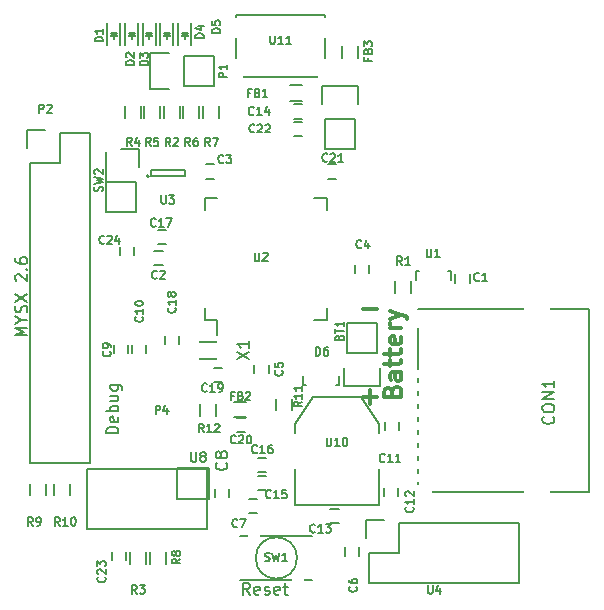
<source format=gbr>
G04 #@! TF.GenerationSoftware,KiCad,Pcbnew,no-vcs-found-7406~56~ubuntu16.10.1*
G04 #@! TF.CreationDate,2016-12-23T22:43:09+01:00*
G04 #@! TF.ProjectId,MysensorsGW,4D7973656E736F727347572E6B696361,rev?*
G04 #@! TF.FileFunction,Legend,Top*
G04 #@! TF.FilePolarity,Positive*
%FSLAX46Y46*%
G04 Gerber Fmt 4.6, Leading zero omitted, Abs format (unit mm)*
G04 Created by KiCad (PCBNEW no-vcs-found-7406~56~ubuntu16.10.1) date Fri Dec 23 22:43:09 2016*
%MOMM*%
%LPD*%
G01*
G04 APERTURE LIST*
%ADD10C,0.100000*%
%ADD11C,0.300000*%
%ADD12C,0.150000*%
%ADD13C,0.160000*%
%ADD14R,0.800000X0.750000*%
%ADD15R,0.500000X0.900000*%
%ADD16R,0.750000X1.200000*%
%ADD17R,0.300000X1.500000*%
%ADD18R,1.500000X0.300000*%
%ADD19R,0.650000X1.060000*%
%ADD20R,1.200000X0.750000*%
%ADD21R,0.900000X1.200000*%
%ADD22R,1.500000X1.400000*%
%ADD23R,1.000000X1.150000*%
%ADD24R,2.032000X2.032000*%
%ADD25O,2.032000X2.032000*%
%ADD26R,0.797560X0.797560*%
%ADD27R,0.800100X0.800100*%
%ADD28R,3.657600X2.032000*%
%ADD29R,1.016000X2.032000*%
%ADD30R,1.200000X0.900000*%
%ADD31R,0.740000X2.400000*%
%ADD32R,1.500000X1.800000*%
%ADD33R,0.400000X1.700000*%
%ADD34C,0.400000*%
%ADD35O,1.050000X1.850000*%
%ADD36C,0.650000*%
%ADD37R,1.727200X1.727200*%
%ADD38O,1.727200X1.727200*%
%ADD39R,1.600000X0.700000*%
%ADD40C,1.000000*%
%ADD41R,2.200000X1.200000*%
%ADD42R,1.400000X1.200000*%
%ADD43R,1.400000X1.600000*%
%ADD44R,0.900000X0.500000*%
G04 APERTURE END LIST*
D10*
D11*
X148831371Y-95992142D02*
X149974228Y-95992142D01*
X149402800Y-96563571D02*
X149402800Y-95420714D01*
X148831371Y-88524542D02*
X149974228Y-88524542D01*
X151302257Y-95537742D02*
X151373685Y-95323457D01*
X151445114Y-95252028D01*
X151587971Y-95180600D01*
X151802257Y-95180600D01*
X151945114Y-95252028D01*
X152016542Y-95323457D01*
X152087971Y-95466314D01*
X152087971Y-96037742D01*
X150587971Y-96037742D01*
X150587971Y-95537742D01*
X150659400Y-95394885D01*
X150730828Y-95323457D01*
X150873685Y-95252028D01*
X151016542Y-95252028D01*
X151159400Y-95323457D01*
X151230828Y-95394885D01*
X151302257Y-95537742D01*
X151302257Y-96037742D01*
X152087971Y-93894885D02*
X151302257Y-93894885D01*
X151159400Y-93966314D01*
X151087971Y-94109171D01*
X151087971Y-94394885D01*
X151159400Y-94537742D01*
X152016542Y-93894885D02*
X152087971Y-94037742D01*
X152087971Y-94394885D01*
X152016542Y-94537742D01*
X151873685Y-94609171D01*
X151730828Y-94609171D01*
X151587971Y-94537742D01*
X151516542Y-94394885D01*
X151516542Y-94037742D01*
X151445114Y-93894885D01*
X151087971Y-93394885D02*
X151087971Y-92823457D01*
X150587971Y-93180600D02*
X151873685Y-93180600D01*
X152016542Y-93109171D01*
X152087971Y-92966314D01*
X152087971Y-92823457D01*
X151087971Y-92537742D02*
X151087971Y-91966314D01*
X150587971Y-92323457D02*
X151873685Y-92323457D01*
X152016542Y-92252028D01*
X152087971Y-92109171D01*
X152087971Y-91966314D01*
X152016542Y-90894885D02*
X152087971Y-91037742D01*
X152087971Y-91323457D01*
X152016542Y-91466314D01*
X151873685Y-91537742D01*
X151302257Y-91537742D01*
X151159400Y-91466314D01*
X151087971Y-91323457D01*
X151087971Y-91037742D01*
X151159400Y-90894885D01*
X151302257Y-90823457D01*
X151445114Y-90823457D01*
X151587971Y-91537742D01*
X152087971Y-90180600D02*
X151087971Y-90180600D01*
X151373685Y-90180600D02*
X151230828Y-90109171D01*
X151159400Y-90037742D01*
X151087971Y-89894885D01*
X151087971Y-89752028D01*
X151087971Y-89394885D02*
X152087971Y-89037742D01*
X151087971Y-88680600D02*
X152087971Y-89037742D01*
X152445114Y-89180600D01*
X152516542Y-89252028D01*
X152587971Y-89394885D01*
D12*
X138151080Y-97748800D02*
X138851080Y-97748800D01*
X138851080Y-98948800D02*
X138151080Y-98948800D01*
X138927280Y-97733480D02*
X137927280Y-97733480D01*
X137927280Y-96383480D02*
X138927280Y-96383480D01*
X129428800Y-83302400D02*
X129428800Y-84002400D01*
X128228800Y-84002400D02*
X128228800Y-83302400D01*
X135414000Y-89503000D02*
X136464000Y-89503000D01*
X135414000Y-79153000D02*
X136464000Y-79153000D01*
X145764000Y-79153000D02*
X144714000Y-79153000D01*
X145764000Y-89503000D02*
X144714000Y-89503000D01*
X135414000Y-89503000D02*
X135414000Y-88453000D01*
X145764000Y-89503000D02*
X145764000Y-88453000D01*
X145764000Y-79153000D02*
X145764000Y-80203000D01*
X135414000Y-79153000D02*
X135414000Y-80203000D01*
X136464000Y-89503000D02*
X136464000Y-90778000D01*
X130698400Y-77320600D02*
G75*
G03X130698400Y-77320600I-100000J0D01*
G01*
X130848400Y-76770600D02*
X130848400Y-77270600D01*
X133748400Y-76770600D02*
X130848400Y-76770600D01*
X133748400Y-77270600D02*
X133748400Y-76770600D01*
X130848400Y-77270600D02*
X133748400Y-77270600D01*
X142972000Y-72679000D02*
X143672000Y-72679000D01*
X143672000Y-73879000D02*
X142972000Y-73879000D01*
X120610000Y-104327400D02*
X120610000Y-103327400D01*
X121960000Y-103327400D02*
X121960000Y-104327400D01*
X122692800Y-104327400D02*
X122692800Y-103327400D01*
X124042800Y-103327400D02*
X124042800Y-104327400D01*
X143242514Y-109626400D02*
G75*
G03X143242514Y-109626400I-1750714J0D01*
G01*
X144541800Y-111476400D02*
X138441800Y-111476400D01*
X144541800Y-107776400D02*
X138441800Y-107776400D01*
X147472400Y-92278200D02*
X147472400Y-89738200D01*
X147192400Y-95098200D02*
X147192400Y-93548200D01*
X147472400Y-92278200D02*
X150012400Y-92278200D01*
X150292400Y-93548200D02*
X150292400Y-95098200D01*
X150292400Y-95098200D02*
X147192400Y-95098200D01*
X150012400Y-92278200D02*
X150012400Y-89738200D01*
X150012400Y-89738200D02*
X147472400Y-89738200D01*
X128685200Y-64305000D02*
X128685200Y-66205000D01*
X129785200Y-64305000D02*
X129785200Y-66205000D01*
X129235200Y-65205000D02*
X129235200Y-65655000D01*
X129485200Y-65155000D02*
X128985200Y-65155000D01*
X129235200Y-65155000D02*
X129485200Y-65405000D01*
X129485200Y-65405000D02*
X128985200Y-65405000D01*
X128985200Y-65405000D02*
X129235200Y-65155000D01*
X133193700Y-64305000D02*
X133193700Y-66205000D01*
X134293700Y-64305000D02*
X134293700Y-66205000D01*
X133743700Y-65205000D02*
X133743700Y-65655000D01*
X133993700Y-65155000D02*
X133493700Y-65155000D01*
X133743700Y-65155000D02*
X133993700Y-65405000D01*
X133993700Y-65405000D02*
X133493700Y-65405000D01*
X133493700Y-65405000D02*
X133743700Y-65155000D01*
X130312800Y-72348800D02*
X130312800Y-71348800D01*
X131662800Y-71348800D02*
X131662800Y-72348800D01*
X146775960Y-106680560D02*
X146075960Y-106680560D01*
X146075960Y-105480560D02*
X146775960Y-105480560D01*
X156086760Y-85354160D02*
X156038500Y-85354160D01*
X153287780Y-86055200D02*
X153287780Y-85354160D01*
X153287780Y-85354160D02*
X153536700Y-85354160D01*
X156086760Y-85354160D02*
X156287420Y-85354160D01*
X156287420Y-85354160D02*
X156287420Y-86055200D01*
X143052800Y-102108000D02*
X143052800Y-105156000D01*
X143052800Y-105156000D02*
X150164800Y-105156000D01*
X150164800Y-105156000D02*
X150164800Y-102108000D01*
X143052800Y-99060000D02*
X143052800Y-98298000D01*
X143052800Y-98298000D02*
X144576800Y-96012000D01*
X144576800Y-96012000D02*
X148640800Y-96012000D01*
X148640800Y-96012000D02*
X150164800Y-98298000D01*
X150164800Y-98298000D02*
X150164800Y-99060000D01*
X127720800Y-92282800D02*
X127720800Y-91582800D01*
X128920800Y-91582800D02*
X128920800Y-92282800D01*
X127186600Y-64305000D02*
X127186600Y-66205000D01*
X128286600Y-64305000D02*
X128286600Y-66205000D01*
X127736600Y-65205000D02*
X127736600Y-65655000D01*
X127986600Y-65155000D02*
X127486600Y-65155000D01*
X127736600Y-65155000D02*
X127986600Y-65405000D01*
X127986600Y-65405000D02*
X127486600Y-65405000D01*
X127486600Y-65405000D02*
X127736600Y-65155000D01*
X156651400Y-86303600D02*
X156651400Y-85603600D01*
X157851400Y-85603600D02*
X157851400Y-86303600D01*
X131861000Y-84839100D02*
X131161000Y-84839100D01*
X131161000Y-83639100D02*
X131861000Y-83639100D01*
X136255200Y-77511200D02*
X135555200Y-77511200D01*
X135555200Y-76311200D02*
X136255200Y-76311200D01*
X148117000Y-85506000D02*
X148117000Y-84806000D01*
X149317000Y-84806000D02*
X149317000Y-85506000D01*
X140833400Y-93284600D02*
X140833400Y-93984600D01*
X139633400Y-93984600D02*
X139633400Y-93284600D01*
X147329600Y-109432800D02*
X147329600Y-108732800D01*
X148529600Y-108732800D02*
X148529600Y-109432800D01*
X136306000Y-104490000D02*
X136306000Y-103790000D01*
X137506000Y-103790000D02*
X137506000Y-104490000D01*
X150682400Y-98785200D02*
X150682400Y-98085200D01*
X151882400Y-98085200D02*
X151882400Y-98785200D01*
X150580800Y-104388400D02*
X150580800Y-103688400D01*
X151780800Y-103688400D02*
X151780800Y-104388400D01*
X143667000Y-72418500D02*
X142967000Y-72418500D01*
X142967000Y-71218500D02*
X143667000Y-71218500D01*
X140603720Y-102362560D02*
X139903720Y-102362560D01*
X139903720Y-101162560D02*
X140603720Y-101162560D01*
X142692500Y-69619500D02*
X143692500Y-69619500D01*
X143692500Y-70969500D02*
X142692500Y-70969500D01*
X152922600Y-86190200D02*
X152922600Y-87190200D01*
X151572600Y-87190200D02*
X151572600Y-86190200D01*
X128661800Y-72348800D02*
X128661800Y-71348800D01*
X130011800Y-71348800D02*
X130011800Y-72348800D01*
X131450600Y-81873800D02*
X132150600Y-81873800D01*
X132150600Y-83073800D02*
X131450600Y-83073800D01*
X140603720Y-103906880D02*
X139903720Y-103906880D01*
X139903720Y-102706880D02*
X140603720Y-102706880D01*
X132038800Y-91536000D02*
X132038800Y-90836000D01*
X133238800Y-90836000D02*
X133238800Y-91536000D01*
X136200400Y-93507000D02*
X136900400Y-93507000D01*
X136900400Y-94707000D02*
X136200400Y-94707000D01*
X130183800Y-64305000D02*
X130183800Y-66205000D01*
X131283800Y-64305000D02*
X131283800Y-66205000D01*
X130733800Y-65205000D02*
X130733800Y-65655000D01*
X130983800Y-65155000D02*
X130483800Y-65155000D01*
X130733800Y-65155000D02*
X130983800Y-65405000D01*
X130983800Y-65405000D02*
X130483800Y-65405000D01*
X130483800Y-65405000D02*
X130733800Y-65155000D01*
X131963800Y-72348800D02*
X131963800Y-71348800D01*
X133313800Y-71348800D02*
X133313800Y-72348800D01*
X145852400Y-76311200D02*
X146552400Y-76311200D01*
X146552400Y-77511200D02*
X145852400Y-77511200D01*
X128743000Y-109124000D02*
X128743000Y-109824000D01*
X127543000Y-109824000D02*
X127543000Y-109124000D01*
X130469000Y-109101000D02*
X130469000Y-110101000D01*
X129119000Y-110101000D02*
X129119000Y-109101000D01*
X130770000Y-110101000D02*
X130770000Y-109101000D01*
X132120000Y-109101000D02*
X132120000Y-110101000D01*
X131682400Y-64305000D02*
X131682400Y-66205000D01*
X132782400Y-64305000D02*
X132782400Y-66205000D01*
X132232400Y-65205000D02*
X132232400Y-65655000D01*
X132482400Y-65155000D02*
X131982400Y-65155000D01*
X132232400Y-65155000D02*
X132482400Y-65405000D01*
X132482400Y-65405000D02*
X131982400Y-65405000D01*
X131982400Y-65405000D02*
X132232400Y-65155000D01*
X133614800Y-72348800D02*
X133614800Y-71348800D01*
X134964800Y-71348800D02*
X134964800Y-72348800D01*
X148401400Y-66302000D02*
X148401400Y-67302000D01*
X147051400Y-67302000D02*
X147051400Y-66302000D01*
X136473500Y-92812300D02*
X134973500Y-92812300D01*
X136473500Y-91312300D02*
X134973500Y-91312300D01*
X145652600Y-63645400D02*
X145652600Y-68895400D01*
X145652600Y-68895400D02*
X138052600Y-68895400D01*
X138052600Y-68895400D02*
X138052600Y-63645400D01*
X145652600Y-63645400D02*
X138052600Y-63645400D01*
X143988840Y-94952820D02*
X144037100Y-94952820D01*
X146787820Y-94251780D02*
X146787820Y-94952820D01*
X146787820Y-94952820D02*
X146538900Y-94952820D01*
X143988840Y-94952820D02*
X143788180Y-94952820D01*
X143788180Y-94952820D02*
X143788180Y-94251780D01*
X135316600Y-72348800D02*
X135316600Y-71348800D01*
X136666600Y-71348800D02*
X136666600Y-72348800D01*
X128346200Y-74980200D02*
X129896200Y-74980200D01*
X129896200Y-76530200D02*
X129896200Y-74980200D01*
X127076200Y-75260200D02*
X127076200Y-77800200D01*
X129616200Y-80340200D02*
X129616200Y-77800200D01*
X129616200Y-77800200D02*
X127076200Y-77800200D01*
X127076200Y-77800200D02*
X127076200Y-80340200D01*
X127076200Y-80340200D02*
X129616200Y-80340200D01*
X148158200Y-72466200D02*
X148158200Y-75006200D01*
X148438200Y-69646200D02*
X148438200Y-71196200D01*
X148158200Y-72466200D02*
X145618200Y-72466200D01*
X145338200Y-71196200D02*
X145338200Y-69646200D01*
X145338200Y-69646200D02*
X148438200Y-69646200D01*
X145618200Y-72466200D02*
X145618200Y-75006200D01*
X145618200Y-75006200D02*
X148158200Y-75006200D01*
X153482400Y-104016000D02*
X167982400Y-104016000D01*
X167982400Y-104016000D02*
X167982400Y-88516000D01*
X153482400Y-88516000D02*
X167982400Y-88516000D01*
X153482400Y-104016000D02*
X153482400Y-88516000D01*
X133654800Y-67132200D02*
X136194800Y-67132200D01*
X130834800Y-66852200D02*
X132384800Y-66852200D01*
X133654800Y-67132200D02*
X133654800Y-69672200D01*
X132384800Y-69952200D02*
X130834800Y-69952200D01*
X130834800Y-69952200D02*
X130834800Y-66852200D01*
X133654800Y-69672200D02*
X136194800Y-69672200D01*
X136194800Y-69672200D02*
X136194800Y-67132200D01*
X151892000Y-106680000D02*
X162052000Y-106680000D01*
X162052000Y-106680000D02*
X162052000Y-111760000D01*
X162052000Y-111760000D02*
X149352000Y-111760000D01*
X149352000Y-111760000D02*
X149352000Y-109220000D01*
X150622000Y-106400000D02*
X149072000Y-106400000D01*
X149352000Y-109220000D02*
X151892000Y-109220000D01*
X151892000Y-109220000D02*
X151892000Y-106680000D01*
X149072000Y-106400000D02*
X149072000Y-107950000D01*
X133096000Y-101981000D02*
X135763000Y-101981000D01*
X135763000Y-101981000D02*
X135763000Y-104648000D01*
X128016000Y-102108000D02*
X125476000Y-102108000D01*
X125476000Y-102108000D02*
X125476000Y-104648000D01*
X133096000Y-102108000D02*
X133096000Y-104648000D01*
X133096000Y-104648000D02*
X135636000Y-104648000D01*
X128016000Y-102108000D02*
X135636000Y-102108000D01*
X135636000Y-102108000D02*
X135636000Y-107188000D01*
X135636000Y-107188000D02*
X125476000Y-107188000D01*
X125476000Y-107188000D02*
X125476000Y-104648000D01*
X139172200Y-104632200D02*
X139872200Y-104632200D01*
X139872200Y-105832200D02*
X139172200Y-105832200D01*
X129295600Y-92285300D02*
X129295600Y-91585300D01*
X130495600Y-91585300D02*
X130495600Y-92285300D01*
X141438000Y-97139200D02*
X141438000Y-96139200D01*
X142788000Y-96139200D02*
X142788000Y-97139200D01*
X120650000Y-76200000D02*
X120650000Y-101600000D01*
X120650000Y-101600000D02*
X125730000Y-101600000D01*
X125730000Y-101600000D02*
X125730000Y-73660000D01*
X125730000Y-73660000D02*
X123190000Y-73660000D01*
X121920000Y-73380000D02*
X120370000Y-73380000D01*
X123190000Y-73660000D02*
X123190000Y-76200000D01*
X123190000Y-76200000D02*
X120650000Y-76200000D01*
X120370000Y-73380000D02*
X120370000Y-74930000D01*
X135011800Y-97619440D02*
X135011800Y-96619440D01*
X136361800Y-96619440D02*
X136361800Y-97619440D01*
X138046040Y-99863720D02*
X138012706Y-99897053D01*
X137912706Y-99930386D01*
X137846040Y-99930386D01*
X137746040Y-99897053D01*
X137679373Y-99830386D01*
X137646040Y-99763720D01*
X137612706Y-99630386D01*
X137612706Y-99530386D01*
X137646040Y-99397053D01*
X137679373Y-99330386D01*
X137746040Y-99263720D01*
X137846040Y-99230386D01*
X137912706Y-99230386D01*
X138012706Y-99263720D01*
X138046040Y-99297053D01*
X138312706Y-99297053D02*
X138346040Y-99263720D01*
X138412706Y-99230386D01*
X138579373Y-99230386D01*
X138646040Y-99263720D01*
X138679373Y-99297053D01*
X138712706Y-99363720D01*
X138712706Y-99430386D01*
X138679373Y-99530386D01*
X138279373Y-99930386D01*
X138712706Y-99930386D01*
X139146040Y-99230386D02*
X139212706Y-99230386D01*
X139279373Y-99263720D01*
X139312706Y-99297053D01*
X139346040Y-99363720D01*
X139379373Y-99497053D01*
X139379373Y-99663720D01*
X139346040Y-99797053D01*
X139312706Y-99863720D01*
X139279373Y-99897053D01*
X139212706Y-99930386D01*
X139146040Y-99930386D01*
X139079373Y-99897053D01*
X139046040Y-99863720D01*
X139012706Y-99797053D01*
X138979373Y-99663720D01*
X138979373Y-99497053D01*
X139012706Y-99363720D01*
X139046040Y-99297053D01*
X139079373Y-99263720D01*
X139146040Y-99230386D01*
X137866986Y-95885800D02*
X137633653Y-95885800D01*
X137633653Y-96252466D02*
X137633653Y-95552466D01*
X137966986Y-95552466D01*
X138466986Y-95885800D02*
X138566986Y-95919133D01*
X138600320Y-95952466D01*
X138633653Y-96019133D01*
X138633653Y-96119133D01*
X138600320Y-96185800D01*
X138566986Y-96219133D01*
X138500320Y-96252466D01*
X138233653Y-96252466D01*
X138233653Y-95552466D01*
X138466986Y-95552466D01*
X138533653Y-95585800D01*
X138566986Y-95619133D01*
X138600320Y-95685800D01*
X138600320Y-95752466D01*
X138566986Y-95819133D01*
X138533653Y-95852466D01*
X138466986Y-95885800D01*
X138233653Y-95885800D01*
X138900320Y-95619133D02*
X138933653Y-95585800D01*
X139000320Y-95552466D01*
X139166986Y-95552466D01*
X139233653Y-95585800D01*
X139266986Y-95619133D01*
X139300320Y-95685800D01*
X139300320Y-95752466D01*
X139266986Y-95852466D01*
X138866986Y-96252466D01*
X139300320Y-96252466D01*
X126931000Y-82967640D02*
X126897666Y-83000973D01*
X126797666Y-83034306D01*
X126731000Y-83034306D01*
X126631000Y-83000973D01*
X126564333Y-82934306D01*
X126531000Y-82867640D01*
X126497666Y-82734306D01*
X126497666Y-82634306D01*
X126531000Y-82500973D01*
X126564333Y-82434306D01*
X126631000Y-82367640D01*
X126731000Y-82334306D01*
X126797666Y-82334306D01*
X126897666Y-82367640D01*
X126931000Y-82400973D01*
X127197666Y-82400973D02*
X127231000Y-82367640D01*
X127297666Y-82334306D01*
X127464333Y-82334306D01*
X127531000Y-82367640D01*
X127564333Y-82400973D01*
X127597666Y-82467640D01*
X127597666Y-82534306D01*
X127564333Y-82634306D01*
X127164333Y-83034306D01*
X127597666Y-83034306D01*
X128197666Y-82567640D02*
X128197666Y-83034306D01*
X128031000Y-82300973D02*
X127864333Y-82800973D01*
X128297666Y-82800973D01*
X139654346Y-83777026D02*
X139654346Y-84343693D01*
X139687680Y-84410360D01*
X139721013Y-84443693D01*
X139787680Y-84477026D01*
X139921013Y-84477026D01*
X139987680Y-84443693D01*
X140021013Y-84410360D01*
X140054346Y-84343693D01*
X140054346Y-83777026D01*
X140354346Y-83843693D02*
X140387680Y-83810360D01*
X140454346Y-83777026D01*
X140621013Y-83777026D01*
X140687680Y-83810360D01*
X140721013Y-83843693D01*
X140754346Y-83910360D01*
X140754346Y-83977026D01*
X140721013Y-84077026D01*
X140321013Y-84477026D01*
X140754346Y-84477026D01*
X131744786Y-78915466D02*
X131744786Y-79482133D01*
X131778120Y-79548800D01*
X131811453Y-79582133D01*
X131878120Y-79615466D01*
X132011453Y-79615466D01*
X132078120Y-79582133D01*
X132111453Y-79548800D01*
X132144786Y-79482133D01*
X132144786Y-78915466D01*
X132411453Y-78915466D02*
X132844786Y-78915466D01*
X132611453Y-79182133D01*
X132711453Y-79182133D01*
X132778120Y-79215466D01*
X132811453Y-79248800D01*
X132844786Y-79315466D01*
X132844786Y-79482133D01*
X132811453Y-79548800D01*
X132778120Y-79582133D01*
X132711453Y-79615466D01*
X132511453Y-79615466D01*
X132444786Y-79582133D01*
X132411453Y-79548800D01*
X139631000Y-73529000D02*
X139597666Y-73562333D01*
X139497666Y-73595666D01*
X139431000Y-73595666D01*
X139331000Y-73562333D01*
X139264333Y-73495666D01*
X139231000Y-73429000D01*
X139197666Y-73295666D01*
X139197666Y-73195666D01*
X139231000Y-73062333D01*
X139264333Y-72995666D01*
X139331000Y-72929000D01*
X139431000Y-72895666D01*
X139497666Y-72895666D01*
X139597666Y-72929000D01*
X139631000Y-72962333D01*
X139897666Y-72962333D02*
X139931000Y-72929000D01*
X139997666Y-72895666D01*
X140164333Y-72895666D01*
X140231000Y-72929000D01*
X140264333Y-72962333D01*
X140297666Y-73029000D01*
X140297666Y-73095666D01*
X140264333Y-73195666D01*
X139864333Y-73595666D01*
X140297666Y-73595666D01*
X140564333Y-72962333D02*
X140597666Y-72929000D01*
X140664333Y-72895666D01*
X140831000Y-72895666D01*
X140897666Y-72929000D01*
X140931000Y-72962333D01*
X140964333Y-73029000D01*
X140964333Y-73095666D01*
X140931000Y-73195666D01*
X140531000Y-73595666D01*
X140964333Y-73595666D01*
X120888933Y-106887266D02*
X120655600Y-106553933D01*
X120488933Y-106887266D02*
X120488933Y-106187266D01*
X120755600Y-106187266D01*
X120822266Y-106220600D01*
X120855600Y-106253933D01*
X120888933Y-106320600D01*
X120888933Y-106420600D01*
X120855600Y-106487266D01*
X120822266Y-106520600D01*
X120755600Y-106553933D01*
X120488933Y-106553933D01*
X121222266Y-106887266D02*
X121355600Y-106887266D01*
X121422266Y-106853933D01*
X121455600Y-106820600D01*
X121522266Y-106720600D01*
X121555600Y-106587266D01*
X121555600Y-106320600D01*
X121522266Y-106253933D01*
X121488933Y-106220600D01*
X121422266Y-106187266D01*
X121288933Y-106187266D01*
X121222266Y-106220600D01*
X121188933Y-106253933D01*
X121155600Y-106320600D01*
X121155600Y-106487266D01*
X121188933Y-106553933D01*
X121222266Y-106587266D01*
X121288933Y-106620600D01*
X121422266Y-106620600D01*
X121488933Y-106587266D01*
X121522266Y-106553933D01*
X121555600Y-106487266D01*
X123171800Y-106887266D02*
X122938466Y-106553933D01*
X122771800Y-106887266D02*
X122771800Y-106187266D01*
X123038466Y-106187266D01*
X123105133Y-106220600D01*
X123138466Y-106253933D01*
X123171800Y-106320600D01*
X123171800Y-106420600D01*
X123138466Y-106487266D01*
X123105133Y-106520600D01*
X123038466Y-106553933D01*
X122771800Y-106553933D01*
X123838466Y-106887266D02*
X123438466Y-106887266D01*
X123638466Y-106887266D02*
X123638466Y-106187266D01*
X123571800Y-106287266D01*
X123505133Y-106353933D01*
X123438466Y-106387266D01*
X124271800Y-106187266D02*
X124338466Y-106187266D01*
X124405133Y-106220600D01*
X124438466Y-106253933D01*
X124471800Y-106320600D01*
X124505133Y-106453933D01*
X124505133Y-106620600D01*
X124471800Y-106753933D01*
X124438466Y-106820600D01*
X124405133Y-106853933D01*
X124338466Y-106887266D01*
X124271800Y-106887266D01*
X124205133Y-106853933D01*
X124171800Y-106820600D01*
X124138466Y-106753933D01*
X124105133Y-106620600D01*
X124105133Y-106453933D01*
X124138466Y-106320600D01*
X124171800Y-106253933D01*
X124205133Y-106220600D01*
X124271800Y-106187266D01*
X140527986Y-109848773D02*
X140627986Y-109882106D01*
X140794653Y-109882106D01*
X140861320Y-109848773D01*
X140894653Y-109815440D01*
X140927986Y-109748773D01*
X140927986Y-109682106D01*
X140894653Y-109615440D01*
X140861320Y-109582106D01*
X140794653Y-109548773D01*
X140661320Y-109515440D01*
X140594653Y-109482106D01*
X140561320Y-109448773D01*
X140527986Y-109382106D01*
X140527986Y-109315440D01*
X140561320Y-109248773D01*
X140594653Y-109215440D01*
X140661320Y-109182106D01*
X140827986Y-109182106D01*
X140927986Y-109215440D01*
X141161320Y-109182106D02*
X141327986Y-109882106D01*
X141461320Y-109382106D01*
X141594653Y-109882106D01*
X141761320Y-109182106D01*
X142394653Y-109882106D02*
X141994653Y-109882106D01*
X142194653Y-109882106D02*
X142194653Y-109182106D01*
X142127986Y-109282106D01*
X142061320Y-109348773D01*
X141994653Y-109382106D01*
X139258024Y-112725460D02*
X138924691Y-112249270D01*
X138686596Y-112725460D02*
X138686596Y-111725460D01*
X139067548Y-111725460D01*
X139162786Y-111773080D01*
X139210405Y-111820699D01*
X139258024Y-111915937D01*
X139258024Y-112058794D01*
X139210405Y-112154032D01*
X139162786Y-112201651D01*
X139067548Y-112249270D01*
X138686596Y-112249270D01*
X140067548Y-112677841D02*
X139972310Y-112725460D01*
X139781834Y-112725460D01*
X139686596Y-112677841D01*
X139638977Y-112582603D01*
X139638977Y-112201651D01*
X139686596Y-112106413D01*
X139781834Y-112058794D01*
X139972310Y-112058794D01*
X140067548Y-112106413D01*
X140115167Y-112201651D01*
X140115167Y-112296889D01*
X139638977Y-112392127D01*
X140496120Y-112677841D02*
X140591358Y-112725460D01*
X140781834Y-112725460D01*
X140877072Y-112677841D01*
X140924691Y-112582603D01*
X140924691Y-112534984D01*
X140877072Y-112439746D01*
X140781834Y-112392127D01*
X140638977Y-112392127D01*
X140543739Y-112344508D01*
X140496120Y-112249270D01*
X140496120Y-112201651D01*
X140543739Y-112106413D01*
X140638977Y-112058794D01*
X140781834Y-112058794D01*
X140877072Y-112106413D01*
X141734215Y-112677841D02*
X141638977Y-112725460D01*
X141448500Y-112725460D01*
X141353262Y-112677841D01*
X141305643Y-112582603D01*
X141305643Y-112201651D01*
X141353262Y-112106413D01*
X141448500Y-112058794D01*
X141638977Y-112058794D01*
X141734215Y-112106413D01*
X141781834Y-112201651D01*
X141781834Y-112296889D01*
X141305643Y-112392127D01*
X142067548Y-112058794D02*
X142448500Y-112058794D01*
X142210405Y-111725460D02*
X142210405Y-112582603D01*
X142258024Y-112677841D01*
X142353262Y-112725460D01*
X142448500Y-112725460D01*
X146825500Y-90974000D02*
X146858833Y-90874000D01*
X146892166Y-90840666D01*
X146958833Y-90807333D01*
X147058833Y-90807333D01*
X147125500Y-90840666D01*
X147158833Y-90874000D01*
X147192166Y-90940666D01*
X147192166Y-91207333D01*
X146492166Y-91207333D01*
X146492166Y-90974000D01*
X146525500Y-90907333D01*
X146558833Y-90874000D01*
X146625500Y-90840666D01*
X146692166Y-90840666D01*
X146758833Y-90874000D01*
X146792166Y-90907333D01*
X146825500Y-90974000D01*
X146825500Y-91207333D01*
X146492166Y-90607333D02*
X146492166Y-90207333D01*
X147192166Y-90407333D02*
X146492166Y-90407333D01*
X147192166Y-89607333D02*
X147192166Y-90007333D01*
X147192166Y-89807333D02*
X146492166Y-89807333D01*
X146592166Y-89874000D01*
X146658833Y-89940666D01*
X146692166Y-90007333D01*
X129460426Y-67887626D02*
X128760426Y-67887626D01*
X128760426Y-67720960D01*
X128793760Y-67620960D01*
X128860426Y-67554293D01*
X128927093Y-67520960D01*
X129060426Y-67487626D01*
X129160426Y-67487626D01*
X129293760Y-67520960D01*
X129360426Y-67554293D01*
X129427093Y-67620960D01*
X129460426Y-67720960D01*
X129460426Y-67887626D01*
X128827093Y-67220960D02*
X128793760Y-67187626D01*
X128760426Y-67120960D01*
X128760426Y-66954293D01*
X128793760Y-66887626D01*
X128827093Y-66854293D01*
X128893760Y-66820960D01*
X128960426Y-66820960D01*
X129060426Y-66854293D01*
X129460426Y-67254293D01*
X129460426Y-66820960D01*
X136740066Y-65185066D02*
X136040066Y-65185066D01*
X136040066Y-65018400D01*
X136073400Y-64918400D01*
X136140066Y-64851733D01*
X136206733Y-64818400D01*
X136340066Y-64785066D01*
X136440066Y-64785066D01*
X136573400Y-64818400D01*
X136640066Y-64851733D01*
X136706733Y-64918400D01*
X136740066Y-65018400D01*
X136740066Y-65185066D01*
X136040066Y-64151733D02*
X136040066Y-64485066D01*
X136373400Y-64518400D01*
X136340066Y-64485066D01*
X136306733Y-64418400D01*
X136306733Y-64251733D01*
X136340066Y-64185066D01*
X136373400Y-64151733D01*
X136440066Y-64118400D01*
X136606733Y-64118400D01*
X136673400Y-64151733D01*
X136706733Y-64185066D01*
X136740066Y-64251733D01*
X136740066Y-64418400D01*
X136706733Y-64485066D01*
X136673400Y-64518400D01*
X130845733Y-74738666D02*
X130612400Y-74405333D01*
X130445733Y-74738666D02*
X130445733Y-74038666D01*
X130712400Y-74038666D01*
X130779066Y-74072000D01*
X130812400Y-74105333D01*
X130845733Y-74172000D01*
X130845733Y-74272000D01*
X130812400Y-74338666D01*
X130779066Y-74372000D01*
X130712400Y-74405333D01*
X130445733Y-74405333D01*
X131479066Y-74038666D02*
X131145733Y-74038666D01*
X131112400Y-74372000D01*
X131145733Y-74338666D01*
X131212400Y-74305333D01*
X131379066Y-74305333D01*
X131445733Y-74338666D01*
X131479066Y-74372000D01*
X131512400Y-74438666D01*
X131512400Y-74605333D01*
X131479066Y-74672000D01*
X131445733Y-74705333D01*
X131379066Y-74738666D01*
X131212400Y-74738666D01*
X131145733Y-74705333D01*
X131112400Y-74672000D01*
X144771960Y-107407520D02*
X144738626Y-107440853D01*
X144638626Y-107474186D01*
X144571960Y-107474186D01*
X144471960Y-107440853D01*
X144405293Y-107374186D01*
X144371960Y-107307520D01*
X144338626Y-107174186D01*
X144338626Y-107074186D01*
X144371960Y-106940853D01*
X144405293Y-106874186D01*
X144471960Y-106807520D01*
X144571960Y-106774186D01*
X144638626Y-106774186D01*
X144738626Y-106807520D01*
X144771960Y-106840853D01*
X145438626Y-107474186D02*
X145038626Y-107474186D01*
X145238626Y-107474186D02*
X145238626Y-106774186D01*
X145171960Y-106874186D01*
X145105293Y-106940853D01*
X145038626Y-106974186D01*
X145671960Y-106774186D02*
X146105293Y-106774186D01*
X145871960Y-107040853D01*
X145971960Y-107040853D01*
X146038626Y-107074186D01*
X146071960Y-107107520D01*
X146105293Y-107174186D01*
X146105293Y-107340853D01*
X146071960Y-107407520D01*
X146038626Y-107440853D01*
X145971960Y-107474186D01*
X145771960Y-107474186D01*
X145705293Y-107440853D01*
X145671960Y-107407520D01*
X154213626Y-83467146D02*
X154213626Y-84033813D01*
X154246960Y-84100480D01*
X154280293Y-84133813D01*
X154346960Y-84167146D01*
X154480293Y-84167146D01*
X154546960Y-84133813D01*
X154580293Y-84100480D01*
X154613626Y-84033813D01*
X154613626Y-83467146D01*
X155313626Y-84167146D02*
X154913626Y-84167146D01*
X155113626Y-84167146D02*
X155113626Y-83467146D01*
X155046960Y-83567146D01*
X154980293Y-83633813D01*
X154913626Y-83667146D01*
X145742133Y-99438666D02*
X145742133Y-100005333D01*
X145775466Y-100072000D01*
X145808800Y-100105333D01*
X145875466Y-100138666D01*
X146008800Y-100138666D01*
X146075466Y-100105333D01*
X146108800Y-100072000D01*
X146142133Y-100005333D01*
X146142133Y-99438666D01*
X146842133Y-100138666D02*
X146442133Y-100138666D01*
X146642133Y-100138666D02*
X146642133Y-99438666D01*
X146575466Y-99538666D01*
X146508800Y-99605333D01*
X146442133Y-99638666D01*
X147275466Y-99438666D02*
X147342133Y-99438666D01*
X147408800Y-99472000D01*
X147442133Y-99505333D01*
X147475466Y-99572000D01*
X147508800Y-99705333D01*
X147508800Y-99872000D01*
X147475466Y-100005333D01*
X147442133Y-100072000D01*
X147408800Y-100105333D01*
X147342133Y-100138666D01*
X147275466Y-100138666D01*
X147208800Y-100105333D01*
X147175466Y-100072000D01*
X147142133Y-100005333D01*
X147108800Y-99872000D01*
X147108800Y-99705333D01*
X147142133Y-99572000D01*
X147175466Y-99505333D01*
X147208800Y-99472000D01*
X147275466Y-99438666D01*
X127417640Y-92130706D02*
X127450973Y-92164040D01*
X127484306Y-92264040D01*
X127484306Y-92330706D01*
X127450973Y-92430706D01*
X127384306Y-92497373D01*
X127317640Y-92530706D01*
X127184306Y-92564040D01*
X127084306Y-92564040D01*
X126950973Y-92530706D01*
X126884306Y-92497373D01*
X126817640Y-92430706D01*
X126784306Y-92330706D01*
X126784306Y-92264040D01*
X126817640Y-92164040D01*
X126850973Y-92130706D01*
X127484306Y-91797373D02*
X127484306Y-91664040D01*
X127450973Y-91597373D01*
X127417640Y-91564040D01*
X127317640Y-91497373D01*
X127184306Y-91464040D01*
X126917640Y-91464040D01*
X126850973Y-91497373D01*
X126817640Y-91530706D01*
X126784306Y-91597373D01*
X126784306Y-91730706D01*
X126817640Y-91797373D01*
X126850973Y-91830706D01*
X126917640Y-91864040D01*
X127084306Y-91864040D01*
X127150973Y-91830706D01*
X127184306Y-91797373D01*
X127217640Y-91730706D01*
X127217640Y-91597373D01*
X127184306Y-91530706D01*
X127150973Y-91497373D01*
X127084306Y-91464040D01*
X126808666Y-65896266D02*
X126108666Y-65896266D01*
X126108666Y-65729600D01*
X126142000Y-65629600D01*
X126208666Y-65562933D01*
X126275333Y-65529600D01*
X126408666Y-65496266D01*
X126508666Y-65496266D01*
X126642000Y-65529600D01*
X126708666Y-65562933D01*
X126775333Y-65629600D01*
X126808666Y-65729600D01*
X126808666Y-65896266D01*
X126808666Y-64829600D02*
X126808666Y-65229600D01*
X126808666Y-65029600D02*
X126108666Y-65029600D01*
X126208666Y-65096266D01*
X126275333Y-65162933D01*
X126308666Y-65229600D01*
X158663813Y-86107080D02*
X158630480Y-86140413D01*
X158530480Y-86173746D01*
X158463813Y-86173746D01*
X158363813Y-86140413D01*
X158297146Y-86073746D01*
X158263813Y-86007080D01*
X158230480Y-85873746D01*
X158230480Y-85773746D01*
X158263813Y-85640413D01*
X158297146Y-85573746D01*
X158363813Y-85507080D01*
X158463813Y-85473746D01*
X158530480Y-85473746D01*
X158630480Y-85507080D01*
X158663813Y-85540413D01*
X159330480Y-86173746D02*
X158930480Y-86173746D01*
X159130480Y-86173746D02*
X159130480Y-85473746D01*
X159063813Y-85573746D01*
X158997146Y-85640413D01*
X158930480Y-85673746D01*
X131379133Y-85924200D02*
X131345800Y-85957533D01*
X131245800Y-85990866D01*
X131179133Y-85990866D01*
X131079133Y-85957533D01*
X131012466Y-85890866D01*
X130979133Y-85824200D01*
X130945800Y-85690866D01*
X130945800Y-85590866D01*
X130979133Y-85457533D01*
X131012466Y-85390866D01*
X131079133Y-85324200D01*
X131179133Y-85290866D01*
X131245800Y-85290866D01*
X131345800Y-85324200D01*
X131379133Y-85357533D01*
X131645800Y-85357533D02*
X131679133Y-85324200D01*
X131745800Y-85290866D01*
X131912466Y-85290866D01*
X131979133Y-85324200D01*
X132012466Y-85357533D01*
X132045800Y-85424200D01*
X132045800Y-85490866D01*
X132012466Y-85590866D01*
X131612466Y-85990866D01*
X132045800Y-85990866D01*
X137012853Y-76119800D02*
X136979520Y-76153133D01*
X136879520Y-76186466D01*
X136812853Y-76186466D01*
X136712853Y-76153133D01*
X136646186Y-76086466D01*
X136612853Y-76019800D01*
X136579520Y-75886466D01*
X136579520Y-75786466D01*
X136612853Y-75653133D01*
X136646186Y-75586466D01*
X136712853Y-75519800D01*
X136812853Y-75486466D01*
X136879520Y-75486466D01*
X136979520Y-75519800D01*
X137012853Y-75553133D01*
X137246186Y-75486466D02*
X137679520Y-75486466D01*
X137446186Y-75753133D01*
X137546186Y-75753133D01*
X137612853Y-75786466D01*
X137646186Y-75819800D01*
X137679520Y-75886466D01*
X137679520Y-76053133D01*
X137646186Y-76119800D01*
X137612853Y-76153133D01*
X137546186Y-76186466D01*
X137346186Y-76186466D01*
X137279520Y-76153133D01*
X137246186Y-76119800D01*
X148691773Y-83338480D02*
X148658440Y-83371813D01*
X148558440Y-83405146D01*
X148491773Y-83405146D01*
X148391773Y-83371813D01*
X148325106Y-83305146D01*
X148291773Y-83238480D01*
X148258440Y-83105146D01*
X148258440Y-83005146D01*
X148291773Y-82871813D01*
X148325106Y-82805146D01*
X148391773Y-82738480D01*
X148491773Y-82705146D01*
X148558440Y-82705146D01*
X148658440Y-82738480D01*
X148691773Y-82771813D01*
X149291773Y-82938480D02*
X149291773Y-83405146D01*
X149125106Y-82671813D02*
X148958440Y-83171813D01*
X149391773Y-83171813D01*
X141982000Y-93751266D02*
X142015333Y-93784600D01*
X142048666Y-93884600D01*
X142048666Y-93951266D01*
X142015333Y-94051266D01*
X141948666Y-94117933D01*
X141882000Y-94151266D01*
X141748666Y-94184600D01*
X141648666Y-94184600D01*
X141515333Y-94151266D01*
X141448666Y-94117933D01*
X141382000Y-94051266D01*
X141348666Y-93951266D01*
X141348666Y-93884600D01*
X141382000Y-93784600D01*
X141415333Y-93751266D01*
X141348666Y-93117933D02*
X141348666Y-93451266D01*
X141682000Y-93484600D01*
X141648666Y-93451266D01*
X141615333Y-93384600D01*
X141615333Y-93217933D01*
X141648666Y-93151266D01*
X141682000Y-93117933D01*
X141748666Y-93084600D01*
X141915333Y-93084600D01*
X141982000Y-93117933D01*
X142015333Y-93151266D01*
X142048666Y-93217933D01*
X142048666Y-93384600D01*
X142015333Y-93451266D01*
X141982000Y-93484600D01*
X148255800Y-112054466D02*
X148289133Y-112087800D01*
X148322466Y-112187800D01*
X148322466Y-112254466D01*
X148289133Y-112354466D01*
X148222466Y-112421133D01*
X148155800Y-112454466D01*
X148022466Y-112487800D01*
X147922466Y-112487800D01*
X147789133Y-112454466D01*
X147722466Y-112421133D01*
X147655800Y-112354466D01*
X147622466Y-112254466D01*
X147622466Y-112187800D01*
X147655800Y-112087800D01*
X147689133Y-112054466D01*
X147622466Y-111454466D02*
X147622466Y-111587800D01*
X147655800Y-111654466D01*
X147689133Y-111687800D01*
X147789133Y-111754466D01*
X147922466Y-111787800D01*
X148189133Y-111787800D01*
X148255800Y-111754466D01*
X148289133Y-111721133D01*
X148322466Y-111654466D01*
X148322466Y-111521133D01*
X148289133Y-111454466D01*
X148255800Y-111421133D01*
X148189133Y-111387800D01*
X148022466Y-111387800D01*
X147955800Y-111421133D01*
X147922466Y-111454466D01*
X147889133Y-111521133D01*
X147889133Y-111654466D01*
X147922466Y-111721133D01*
X147955800Y-111754466D01*
X148022466Y-111787800D01*
X137263142Y-101563466D02*
X137310761Y-101611085D01*
X137358380Y-101753942D01*
X137358380Y-101849180D01*
X137310761Y-101992038D01*
X137215523Y-102087276D01*
X137120285Y-102134895D01*
X136929809Y-102182514D01*
X136786952Y-102182514D01*
X136596476Y-102134895D01*
X136501238Y-102087276D01*
X136406000Y-101992038D01*
X136358380Y-101849180D01*
X136358380Y-101753942D01*
X136406000Y-101611085D01*
X136453619Y-101563466D01*
X136786952Y-100992038D02*
X136739333Y-101087276D01*
X136691714Y-101134895D01*
X136596476Y-101182514D01*
X136548857Y-101182514D01*
X136453619Y-101134895D01*
X136406000Y-101087276D01*
X136358380Y-100992038D01*
X136358380Y-100801561D01*
X136406000Y-100706323D01*
X136453619Y-100658704D01*
X136548857Y-100611085D01*
X136596476Y-100611085D01*
X136691714Y-100658704D01*
X136739333Y-100706323D01*
X136786952Y-100801561D01*
X136786952Y-100992038D01*
X136834571Y-101087276D01*
X136882190Y-101134895D01*
X136977428Y-101182514D01*
X137167904Y-101182514D01*
X137263142Y-101134895D01*
X137310761Y-101087276D01*
X137358380Y-100992038D01*
X137358380Y-100801561D01*
X137310761Y-100706323D01*
X137263142Y-100658704D01*
X137167904Y-100611085D01*
X136977428Y-100611085D01*
X136882190Y-100658704D01*
X136834571Y-100706323D01*
X136786952Y-100801561D01*
X150669840Y-101448720D02*
X150636506Y-101482053D01*
X150536506Y-101515386D01*
X150469840Y-101515386D01*
X150369840Y-101482053D01*
X150303173Y-101415386D01*
X150269840Y-101348720D01*
X150236506Y-101215386D01*
X150236506Y-101115386D01*
X150269840Y-100982053D01*
X150303173Y-100915386D01*
X150369840Y-100848720D01*
X150469840Y-100815386D01*
X150536506Y-100815386D01*
X150636506Y-100848720D01*
X150669840Y-100882053D01*
X151336506Y-101515386D02*
X150936506Y-101515386D01*
X151136506Y-101515386D02*
X151136506Y-100815386D01*
X151069840Y-100915386D01*
X151003173Y-100982053D01*
X150936506Y-101015386D01*
X152003173Y-101515386D02*
X151603173Y-101515386D01*
X151803173Y-101515386D02*
X151803173Y-100815386D01*
X151736506Y-100915386D01*
X151669840Y-100982053D01*
X151603173Y-101015386D01*
X153056400Y-105316440D02*
X153089733Y-105349773D01*
X153123066Y-105449773D01*
X153123066Y-105516440D01*
X153089733Y-105616440D01*
X153023066Y-105683106D01*
X152956400Y-105716440D01*
X152823066Y-105749773D01*
X152723066Y-105749773D01*
X152589733Y-105716440D01*
X152523066Y-105683106D01*
X152456400Y-105616440D01*
X152423066Y-105516440D01*
X152423066Y-105449773D01*
X152456400Y-105349773D01*
X152489733Y-105316440D01*
X153123066Y-104649773D02*
X153123066Y-105049773D01*
X153123066Y-104849773D02*
X152423066Y-104849773D01*
X152523066Y-104916440D01*
X152589733Y-104983106D01*
X152623066Y-105049773D01*
X152489733Y-104383106D02*
X152456400Y-104349773D01*
X152423066Y-104283106D01*
X152423066Y-104116440D01*
X152456400Y-104049773D01*
X152489733Y-104016440D01*
X152556400Y-103983106D01*
X152623066Y-103983106D01*
X152723066Y-104016440D01*
X153123066Y-104416440D01*
X153123066Y-103983106D01*
X139580200Y-72055800D02*
X139546866Y-72089133D01*
X139446866Y-72122466D01*
X139380200Y-72122466D01*
X139280200Y-72089133D01*
X139213533Y-72022466D01*
X139180200Y-71955800D01*
X139146866Y-71822466D01*
X139146866Y-71722466D01*
X139180200Y-71589133D01*
X139213533Y-71522466D01*
X139280200Y-71455800D01*
X139380200Y-71422466D01*
X139446866Y-71422466D01*
X139546866Y-71455800D01*
X139580200Y-71489133D01*
X140246866Y-72122466D02*
X139846866Y-72122466D01*
X140046866Y-72122466D02*
X140046866Y-71422466D01*
X139980200Y-71522466D01*
X139913533Y-71589133D01*
X139846866Y-71622466D01*
X140846866Y-71655800D02*
X140846866Y-72122466D01*
X140680200Y-71389133D02*
X140513533Y-71889133D01*
X140946866Y-71889133D01*
X139854520Y-100681600D02*
X139821186Y-100714933D01*
X139721186Y-100748266D01*
X139654520Y-100748266D01*
X139554520Y-100714933D01*
X139487853Y-100648266D01*
X139454520Y-100581600D01*
X139421186Y-100448266D01*
X139421186Y-100348266D01*
X139454520Y-100214933D01*
X139487853Y-100148266D01*
X139554520Y-100081600D01*
X139654520Y-100048266D01*
X139721186Y-100048266D01*
X139821186Y-100081600D01*
X139854520Y-100114933D01*
X140521186Y-100748266D02*
X140121186Y-100748266D01*
X140321186Y-100748266D02*
X140321186Y-100048266D01*
X140254520Y-100148266D01*
X140187853Y-100214933D01*
X140121186Y-100248266D01*
X141121186Y-100048266D02*
X140987853Y-100048266D01*
X140921186Y-100081600D01*
X140887853Y-100114933D01*
X140821186Y-100214933D01*
X140787853Y-100348266D01*
X140787853Y-100614933D01*
X140821186Y-100681600D01*
X140854520Y-100714933D01*
X140921186Y-100748266D01*
X141054520Y-100748266D01*
X141121186Y-100714933D01*
X141154520Y-100681600D01*
X141187853Y-100614933D01*
X141187853Y-100448266D01*
X141154520Y-100381600D01*
X141121186Y-100348266D01*
X141054520Y-100314933D01*
X140921186Y-100314933D01*
X140854520Y-100348266D01*
X140821186Y-100381600D01*
X140787853Y-100448266D01*
X139294466Y-70231800D02*
X139061133Y-70231800D01*
X139061133Y-70598466D02*
X139061133Y-69898466D01*
X139394466Y-69898466D01*
X139894466Y-70231800D02*
X139994466Y-70265133D01*
X140027800Y-70298466D01*
X140061133Y-70365133D01*
X140061133Y-70465133D01*
X140027800Y-70531800D01*
X139994466Y-70565133D01*
X139927800Y-70598466D01*
X139661133Y-70598466D01*
X139661133Y-69898466D01*
X139894466Y-69898466D01*
X139961133Y-69931800D01*
X139994466Y-69965133D01*
X140027800Y-70031800D01*
X140027800Y-70098466D01*
X139994466Y-70165133D01*
X139961133Y-70198466D01*
X139894466Y-70231800D01*
X139661133Y-70231800D01*
X140727800Y-70598466D02*
X140327800Y-70598466D01*
X140527800Y-70598466D02*
X140527800Y-69898466D01*
X140461133Y-69998466D01*
X140394466Y-70065133D01*
X140327800Y-70098466D01*
X152146173Y-84802146D02*
X151912840Y-84468813D01*
X151746173Y-84802146D02*
X151746173Y-84102146D01*
X152012840Y-84102146D01*
X152079506Y-84135480D01*
X152112840Y-84168813D01*
X152146173Y-84235480D01*
X152146173Y-84335480D01*
X152112840Y-84402146D01*
X152079506Y-84435480D01*
X152012840Y-84468813D01*
X151746173Y-84468813D01*
X152812840Y-84802146D02*
X152412840Y-84802146D01*
X152612840Y-84802146D02*
X152612840Y-84102146D01*
X152546173Y-84202146D01*
X152479506Y-84268813D01*
X152412840Y-84302146D01*
X129245533Y-74738666D02*
X129012200Y-74405333D01*
X128845533Y-74738666D02*
X128845533Y-74038666D01*
X129112200Y-74038666D01*
X129178866Y-74072000D01*
X129212200Y-74105333D01*
X129245533Y-74172000D01*
X129245533Y-74272000D01*
X129212200Y-74338666D01*
X129178866Y-74372000D01*
X129112200Y-74405333D01*
X128845533Y-74405333D01*
X129845533Y-74272000D02*
X129845533Y-74738666D01*
X129678866Y-74005333D02*
X129512200Y-74505333D01*
X129945533Y-74505333D01*
X131284560Y-81509680D02*
X131251226Y-81543013D01*
X131151226Y-81576346D01*
X131084560Y-81576346D01*
X130984560Y-81543013D01*
X130917893Y-81476346D01*
X130884560Y-81409680D01*
X130851226Y-81276346D01*
X130851226Y-81176346D01*
X130884560Y-81043013D01*
X130917893Y-80976346D01*
X130984560Y-80909680D01*
X131084560Y-80876346D01*
X131151226Y-80876346D01*
X131251226Y-80909680D01*
X131284560Y-80943013D01*
X131951226Y-81576346D02*
X131551226Y-81576346D01*
X131751226Y-81576346D02*
X131751226Y-80876346D01*
X131684560Y-80976346D01*
X131617893Y-81043013D01*
X131551226Y-81076346D01*
X132184560Y-80876346D02*
X132651226Y-80876346D01*
X132351226Y-81576346D01*
X141028000Y-104504300D02*
X140994666Y-104537633D01*
X140894666Y-104570966D01*
X140828000Y-104570966D01*
X140728000Y-104537633D01*
X140661333Y-104470966D01*
X140628000Y-104404300D01*
X140594666Y-104270966D01*
X140594666Y-104170966D01*
X140628000Y-104037633D01*
X140661333Y-103970966D01*
X140728000Y-103904300D01*
X140828000Y-103870966D01*
X140894666Y-103870966D01*
X140994666Y-103904300D01*
X141028000Y-103937633D01*
X141694666Y-104570966D02*
X141294666Y-104570966D01*
X141494666Y-104570966D02*
X141494666Y-103870966D01*
X141428000Y-103970966D01*
X141361333Y-104037633D01*
X141294666Y-104070966D01*
X142328000Y-103870966D02*
X141994666Y-103870966D01*
X141961333Y-104204300D01*
X141994666Y-104170966D01*
X142061333Y-104137633D01*
X142228000Y-104137633D01*
X142294666Y-104170966D01*
X142328000Y-104204300D01*
X142361333Y-104270966D01*
X142361333Y-104437633D01*
X142328000Y-104504300D01*
X142294666Y-104537633D01*
X142228000Y-104570966D01*
X142061333Y-104570966D01*
X141994666Y-104537633D01*
X141961333Y-104504300D01*
X132914200Y-88435600D02*
X132947533Y-88468933D01*
X132980866Y-88568933D01*
X132980866Y-88635600D01*
X132947533Y-88735600D01*
X132880866Y-88802266D01*
X132814200Y-88835600D01*
X132680866Y-88868933D01*
X132580866Y-88868933D01*
X132447533Y-88835600D01*
X132380866Y-88802266D01*
X132314200Y-88735600D01*
X132280866Y-88635600D01*
X132280866Y-88568933D01*
X132314200Y-88468933D01*
X132347533Y-88435600D01*
X132980866Y-87768933D02*
X132980866Y-88168933D01*
X132980866Y-87968933D02*
X132280866Y-87968933D01*
X132380866Y-88035600D01*
X132447533Y-88102266D01*
X132480866Y-88168933D01*
X132580866Y-87368933D02*
X132547533Y-87435600D01*
X132514200Y-87468933D01*
X132447533Y-87502266D01*
X132414200Y-87502266D01*
X132347533Y-87468933D01*
X132314200Y-87435600D01*
X132280866Y-87368933D01*
X132280866Y-87235600D01*
X132314200Y-87168933D01*
X132347533Y-87135600D01*
X132414200Y-87102266D01*
X132447533Y-87102266D01*
X132514200Y-87135600D01*
X132547533Y-87168933D01*
X132580866Y-87235600D01*
X132580866Y-87368933D01*
X132614200Y-87435600D01*
X132647533Y-87468933D01*
X132714200Y-87502266D01*
X132847533Y-87502266D01*
X132914200Y-87468933D01*
X132947533Y-87435600D01*
X132980866Y-87368933D01*
X132980866Y-87235600D01*
X132947533Y-87168933D01*
X132914200Y-87135600D01*
X132847533Y-87102266D01*
X132714200Y-87102266D01*
X132647533Y-87135600D01*
X132614200Y-87168933D01*
X132580866Y-87235600D01*
X135617800Y-95484760D02*
X135584466Y-95518093D01*
X135484466Y-95551426D01*
X135417800Y-95551426D01*
X135317800Y-95518093D01*
X135251133Y-95451426D01*
X135217800Y-95384760D01*
X135184466Y-95251426D01*
X135184466Y-95151426D01*
X135217800Y-95018093D01*
X135251133Y-94951426D01*
X135317800Y-94884760D01*
X135417800Y-94851426D01*
X135484466Y-94851426D01*
X135584466Y-94884760D01*
X135617800Y-94918093D01*
X136284466Y-95551426D02*
X135884466Y-95551426D01*
X136084466Y-95551426D02*
X136084466Y-94851426D01*
X136017800Y-94951426D01*
X135951133Y-95018093D01*
X135884466Y-95051426D01*
X136617800Y-95551426D02*
X136751133Y-95551426D01*
X136817800Y-95518093D01*
X136851133Y-95484760D01*
X136917800Y-95384760D01*
X136951133Y-95251426D01*
X136951133Y-94984760D01*
X136917800Y-94918093D01*
X136884466Y-94884760D01*
X136817800Y-94851426D01*
X136684466Y-94851426D01*
X136617800Y-94884760D01*
X136584466Y-94918093D01*
X136551133Y-94984760D01*
X136551133Y-95151426D01*
X136584466Y-95218093D01*
X136617800Y-95251426D01*
X136684466Y-95284760D01*
X136817800Y-95284760D01*
X136884466Y-95251426D01*
X136917800Y-95218093D01*
X136951133Y-95151426D01*
X130644066Y-67918106D02*
X129944066Y-67918106D01*
X129944066Y-67751440D01*
X129977400Y-67651440D01*
X130044066Y-67584773D01*
X130110733Y-67551440D01*
X130244066Y-67518106D01*
X130344066Y-67518106D01*
X130477400Y-67551440D01*
X130544066Y-67584773D01*
X130610733Y-67651440D01*
X130644066Y-67751440D01*
X130644066Y-67918106D01*
X129944066Y-67284773D02*
X129944066Y-66851440D01*
X130210733Y-67084773D01*
X130210733Y-66984773D01*
X130244066Y-66918106D01*
X130277400Y-66884773D01*
X130344066Y-66851440D01*
X130510733Y-66851440D01*
X130577400Y-66884773D01*
X130610733Y-66918106D01*
X130644066Y-66984773D01*
X130644066Y-67184773D01*
X130610733Y-67251440D01*
X130577400Y-67284773D01*
X132522133Y-74738666D02*
X132288800Y-74405333D01*
X132122133Y-74738666D02*
X132122133Y-74038666D01*
X132388800Y-74038666D01*
X132455466Y-74072000D01*
X132488800Y-74105333D01*
X132522133Y-74172000D01*
X132522133Y-74272000D01*
X132488800Y-74338666D01*
X132455466Y-74372000D01*
X132388800Y-74405333D01*
X132122133Y-74405333D01*
X132788800Y-74105333D02*
X132822133Y-74072000D01*
X132888800Y-74038666D01*
X133055466Y-74038666D01*
X133122133Y-74072000D01*
X133155466Y-74105333D01*
X133188800Y-74172000D01*
X133188800Y-74238666D01*
X133155466Y-74338666D01*
X132755466Y-74738666D01*
X133188800Y-74738666D01*
X145808280Y-76013120D02*
X145774946Y-76046453D01*
X145674946Y-76079786D01*
X145608280Y-76079786D01*
X145508280Y-76046453D01*
X145441613Y-75979786D01*
X145408280Y-75913120D01*
X145374946Y-75779786D01*
X145374946Y-75679786D01*
X145408280Y-75546453D01*
X145441613Y-75479786D01*
X145508280Y-75413120D01*
X145608280Y-75379786D01*
X145674946Y-75379786D01*
X145774946Y-75413120D01*
X145808280Y-75446453D01*
X146074946Y-75446453D02*
X146108280Y-75413120D01*
X146174946Y-75379786D01*
X146341613Y-75379786D01*
X146408280Y-75413120D01*
X146441613Y-75446453D01*
X146474946Y-75513120D01*
X146474946Y-75579786D01*
X146441613Y-75679786D01*
X146041613Y-76079786D01*
X146474946Y-76079786D01*
X147141613Y-76079786D02*
X146741613Y-76079786D01*
X146941613Y-76079786D02*
X146941613Y-75379786D01*
X146874946Y-75479786D01*
X146808280Y-75546453D01*
X146741613Y-75579786D01*
X126970600Y-111244800D02*
X127003933Y-111278133D01*
X127037266Y-111378133D01*
X127037266Y-111444800D01*
X127003933Y-111544800D01*
X126937266Y-111611466D01*
X126870600Y-111644800D01*
X126737266Y-111678133D01*
X126637266Y-111678133D01*
X126503933Y-111644800D01*
X126437266Y-111611466D01*
X126370600Y-111544800D01*
X126337266Y-111444800D01*
X126337266Y-111378133D01*
X126370600Y-111278133D01*
X126403933Y-111244800D01*
X126403933Y-110978133D02*
X126370600Y-110944800D01*
X126337266Y-110878133D01*
X126337266Y-110711466D01*
X126370600Y-110644800D01*
X126403933Y-110611466D01*
X126470600Y-110578133D01*
X126537266Y-110578133D01*
X126637266Y-110611466D01*
X127037266Y-111011466D01*
X127037266Y-110578133D01*
X126337266Y-110344800D02*
X126337266Y-109911466D01*
X126603933Y-110144800D01*
X126603933Y-110044800D01*
X126637266Y-109978133D01*
X126670600Y-109944800D01*
X126737266Y-109911466D01*
X126903933Y-109911466D01*
X126970600Y-109944800D01*
X127003933Y-109978133D01*
X127037266Y-110044800D01*
X127037266Y-110244800D01*
X127003933Y-110311466D01*
X126970600Y-110344800D01*
X129677333Y-112635466D02*
X129444000Y-112302133D01*
X129277333Y-112635466D02*
X129277333Y-111935466D01*
X129544000Y-111935466D01*
X129610666Y-111968800D01*
X129644000Y-112002133D01*
X129677333Y-112068800D01*
X129677333Y-112168800D01*
X129644000Y-112235466D01*
X129610666Y-112268800D01*
X129544000Y-112302133D01*
X129277333Y-112302133D01*
X129910666Y-111935466D02*
X130344000Y-111935466D01*
X130110666Y-112202133D01*
X130210666Y-112202133D01*
X130277333Y-112235466D01*
X130310666Y-112268800D01*
X130344000Y-112335466D01*
X130344000Y-112502133D01*
X130310666Y-112568800D01*
X130277333Y-112602133D01*
X130210666Y-112635466D01*
X130010666Y-112635466D01*
X129944000Y-112602133D01*
X129910666Y-112568800D01*
X133361866Y-109692266D02*
X133028533Y-109925600D01*
X133361866Y-110092266D02*
X132661866Y-110092266D01*
X132661866Y-109825600D01*
X132695200Y-109758933D01*
X132728533Y-109725600D01*
X132795200Y-109692266D01*
X132895200Y-109692266D01*
X132961866Y-109725600D01*
X132995200Y-109758933D01*
X133028533Y-109825600D01*
X133028533Y-110092266D01*
X132961866Y-109292266D02*
X132928533Y-109358933D01*
X132895200Y-109392266D01*
X132828533Y-109425600D01*
X132795200Y-109425600D01*
X132728533Y-109392266D01*
X132695200Y-109358933D01*
X132661866Y-109292266D01*
X132661866Y-109158933D01*
X132695200Y-109092266D01*
X132728533Y-109058933D01*
X132795200Y-109025600D01*
X132828533Y-109025600D01*
X132895200Y-109058933D01*
X132928533Y-109092266D01*
X132961866Y-109158933D01*
X132961866Y-109292266D01*
X132995200Y-109358933D01*
X133028533Y-109392266D01*
X133095200Y-109425600D01*
X133228533Y-109425600D01*
X133295200Y-109392266D01*
X133328533Y-109358933D01*
X133361866Y-109292266D01*
X133361866Y-109158933D01*
X133328533Y-109092266D01*
X133295200Y-109058933D01*
X133228533Y-109025600D01*
X133095200Y-109025600D01*
X133028533Y-109058933D01*
X132995200Y-109092266D01*
X132961866Y-109158933D01*
X135343066Y-65616866D02*
X134643066Y-65616866D01*
X134643066Y-65450200D01*
X134676400Y-65350200D01*
X134743066Y-65283533D01*
X134809733Y-65250200D01*
X134943066Y-65216866D01*
X135043066Y-65216866D01*
X135176400Y-65250200D01*
X135243066Y-65283533D01*
X135309733Y-65350200D01*
X135343066Y-65450200D01*
X135343066Y-65616866D01*
X134876400Y-64616866D02*
X135343066Y-64616866D01*
X134609733Y-64783533D02*
X135109733Y-64950200D01*
X135109733Y-64516866D01*
X134198533Y-74738666D02*
X133965200Y-74405333D01*
X133798533Y-74738666D02*
X133798533Y-74038666D01*
X134065200Y-74038666D01*
X134131866Y-74072000D01*
X134165200Y-74105333D01*
X134198533Y-74172000D01*
X134198533Y-74272000D01*
X134165200Y-74338666D01*
X134131866Y-74372000D01*
X134065200Y-74405333D01*
X133798533Y-74405333D01*
X134798533Y-74038666D02*
X134665200Y-74038666D01*
X134598533Y-74072000D01*
X134565200Y-74105333D01*
X134498533Y-74205333D01*
X134465200Y-74338666D01*
X134465200Y-74605333D01*
X134498533Y-74672000D01*
X134531866Y-74705333D01*
X134598533Y-74738666D01*
X134731866Y-74738666D01*
X134798533Y-74705333D01*
X134831866Y-74672000D01*
X134865200Y-74605333D01*
X134865200Y-74438666D01*
X134831866Y-74372000D01*
X134798533Y-74338666D01*
X134731866Y-74305333D01*
X134598533Y-74305333D01*
X134531866Y-74338666D01*
X134498533Y-74372000D01*
X134465200Y-74438666D01*
X149225800Y-67309133D02*
X149225800Y-67542466D01*
X149592466Y-67542466D02*
X148892466Y-67542466D01*
X148892466Y-67209133D01*
X149225800Y-66709133D02*
X149259133Y-66609133D01*
X149292466Y-66575800D01*
X149359133Y-66542466D01*
X149459133Y-66542466D01*
X149525800Y-66575800D01*
X149559133Y-66609133D01*
X149592466Y-66675800D01*
X149592466Y-66942466D01*
X148892466Y-66942466D01*
X148892466Y-66709133D01*
X148925800Y-66642466D01*
X148959133Y-66609133D01*
X149025800Y-66575800D01*
X149092466Y-66575800D01*
X149159133Y-66609133D01*
X149192466Y-66642466D01*
X149225800Y-66709133D01*
X149225800Y-66942466D01*
X148892466Y-66309133D02*
X148892466Y-65875800D01*
X149159133Y-66109133D01*
X149159133Y-66009133D01*
X149192466Y-65942466D01*
X149225800Y-65909133D01*
X149292466Y-65875800D01*
X149459133Y-65875800D01*
X149525800Y-65909133D01*
X149559133Y-65942466D01*
X149592466Y-66009133D01*
X149592466Y-66209133D01*
X149559133Y-66275800D01*
X149525800Y-66309133D01*
X131263613Y-97431026D02*
X131263613Y-96731026D01*
X131530280Y-96731026D01*
X131596946Y-96764360D01*
X131630280Y-96797693D01*
X131663613Y-96864360D01*
X131663613Y-96964360D01*
X131630280Y-97031026D01*
X131596946Y-97064360D01*
X131530280Y-97097693D01*
X131263613Y-97097693D01*
X132263613Y-96964360D02*
X132263613Y-97431026D01*
X132096946Y-96697693D02*
X131930280Y-97197693D01*
X132363613Y-97197693D01*
X128112780Y-99075619D02*
X127112780Y-99075619D01*
X127112780Y-98837523D01*
X127160400Y-98694666D01*
X127255638Y-98599428D01*
X127350876Y-98551809D01*
X127541352Y-98504190D01*
X127684209Y-98504190D01*
X127874685Y-98551809D01*
X127969923Y-98599428D01*
X128065161Y-98694666D01*
X128112780Y-98837523D01*
X128112780Y-99075619D01*
X128065161Y-97694666D02*
X128112780Y-97789904D01*
X128112780Y-97980380D01*
X128065161Y-98075619D01*
X127969923Y-98123238D01*
X127588971Y-98123238D01*
X127493733Y-98075619D01*
X127446114Y-97980380D01*
X127446114Y-97789904D01*
X127493733Y-97694666D01*
X127588971Y-97647047D01*
X127684209Y-97647047D01*
X127779447Y-98123238D01*
X128112780Y-97218476D02*
X127112780Y-97218476D01*
X127493733Y-97218476D02*
X127446114Y-97123238D01*
X127446114Y-96932761D01*
X127493733Y-96837523D01*
X127541352Y-96789904D01*
X127636590Y-96742285D01*
X127922304Y-96742285D01*
X128017542Y-96789904D01*
X128065161Y-96837523D01*
X128112780Y-96932761D01*
X128112780Y-97123238D01*
X128065161Y-97218476D01*
X127446114Y-95885142D02*
X128112780Y-95885142D01*
X127446114Y-96313714D02*
X127969923Y-96313714D01*
X128065161Y-96266095D01*
X128112780Y-96170857D01*
X128112780Y-96028000D01*
X128065161Y-95932761D01*
X128017542Y-95885142D01*
X127446114Y-94980380D02*
X128255638Y-94980380D01*
X128350876Y-95028000D01*
X128398495Y-95075619D01*
X128446114Y-95170857D01*
X128446114Y-95313714D01*
X128398495Y-95408952D01*
X128065161Y-94980380D02*
X128112780Y-95075619D01*
X128112780Y-95266095D01*
X128065161Y-95361333D01*
X128017542Y-95408952D01*
X127922304Y-95456571D01*
X127636590Y-95456571D01*
X127541352Y-95408952D01*
X127493733Y-95361333D01*
X127446114Y-95266095D01*
X127446114Y-95075619D01*
X127493733Y-94980380D01*
X138203560Y-92821023D02*
X139203560Y-92154357D01*
X138203560Y-92154357D02*
X139203560Y-92821023D01*
X139203560Y-91249595D02*
X139203560Y-91821023D01*
X139203560Y-91535309D02*
X138203560Y-91535309D01*
X138346418Y-91630547D01*
X138441656Y-91725785D01*
X138489275Y-91821023D01*
X140966933Y-65402666D02*
X140966933Y-65969333D01*
X141000266Y-66036000D01*
X141033600Y-66069333D01*
X141100266Y-66102666D01*
X141233600Y-66102666D01*
X141300266Y-66069333D01*
X141333600Y-66036000D01*
X141366933Y-65969333D01*
X141366933Y-65402666D01*
X142066933Y-66102666D02*
X141666933Y-66102666D01*
X141866933Y-66102666D02*
X141866933Y-65402666D01*
X141800266Y-65502666D01*
X141733600Y-65569333D01*
X141666933Y-65602666D01*
X142733600Y-66102666D02*
X142333600Y-66102666D01*
X142533600Y-66102666D02*
X142533600Y-65402666D01*
X142466933Y-65502666D01*
X142400266Y-65569333D01*
X142333600Y-65602666D01*
X144832293Y-92488186D02*
X144832293Y-91788186D01*
X144998960Y-91788186D01*
X145098960Y-91821520D01*
X145165626Y-91888186D01*
X145198960Y-91954853D01*
X145232293Y-92088186D01*
X145232293Y-92188186D01*
X145198960Y-92321520D01*
X145165626Y-92388186D01*
X145098960Y-92454853D01*
X144998960Y-92488186D01*
X144832293Y-92488186D01*
X145832293Y-91788186D02*
X145698960Y-91788186D01*
X145632293Y-91821520D01*
X145598960Y-91854853D01*
X145532293Y-91954853D01*
X145498960Y-92088186D01*
X145498960Y-92354853D01*
X145532293Y-92421520D01*
X145565626Y-92454853D01*
X145632293Y-92488186D01*
X145765626Y-92488186D01*
X145832293Y-92454853D01*
X145865626Y-92421520D01*
X145898960Y-92354853D01*
X145898960Y-92188186D01*
X145865626Y-92121520D01*
X145832293Y-92088186D01*
X145765626Y-92054853D01*
X145632293Y-92054853D01*
X145565626Y-92088186D01*
X145532293Y-92121520D01*
X145498960Y-92188186D01*
X135874933Y-74764066D02*
X135641600Y-74430733D01*
X135474933Y-74764066D02*
X135474933Y-74064066D01*
X135741600Y-74064066D01*
X135808266Y-74097400D01*
X135841600Y-74130733D01*
X135874933Y-74197400D01*
X135874933Y-74297400D01*
X135841600Y-74364066D01*
X135808266Y-74397400D01*
X135741600Y-74430733D01*
X135474933Y-74430733D01*
X136108266Y-74064066D02*
X136574933Y-74064066D01*
X136274933Y-74764066D01*
X126744853Y-78576053D02*
X126778186Y-78476053D01*
X126778186Y-78309386D01*
X126744853Y-78242720D01*
X126711520Y-78209386D01*
X126644853Y-78176053D01*
X126578186Y-78176053D01*
X126511520Y-78209386D01*
X126478186Y-78242720D01*
X126444853Y-78309386D01*
X126411520Y-78442720D01*
X126378186Y-78509386D01*
X126344853Y-78542720D01*
X126278186Y-78576053D01*
X126211520Y-78576053D01*
X126144853Y-78542720D01*
X126111520Y-78509386D01*
X126078186Y-78442720D01*
X126078186Y-78276053D01*
X126111520Y-78176053D01*
X126078186Y-77942720D02*
X126778186Y-77776053D01*
X126278186Y-77642720D01*
X126778186Y-77509386D01*
X126078186Y-77342720D01*
X126144853Y-77109386D02*
X126111520Y-77076053D01*
X126078186Y-77009386D01*
X126078186Y-76842720D01*
X126111520Y-76776053D01*
X126144853Y-76742720D01*
X126211520Y-76709386D01*
X126278186Y-76709386D01*
X126378186Y-76742720D01*
X126778186Y-77142720D01*
X126778186Y-76709386D01*
X164923742Y-97658085D02*
X164971361Y-97705704D01*
X165018980Y-97848561D01*
X165018980Y-97943800D01*
X164971361Y-98086657D01*
X164876123Y-98181895D01*
X164780885Y-98229514D01*
X164590409Y-98277133D01*
X164447552Y-98277133D01*
X164257076Y-98229514D01*
X164161838Y-98181895D01*
X164066600Y-98086657D01*
X164018980Y-97943800D01*
X164018980Y-97848561D01*
X164066600Y-97705704D01*
X164114219Y-97658085D01*
X164018980Y-97039038D02*
X164018980Y-96848561D01*
X164066600Y-96753323D01*
X164161838Y-96658085D01*
X164352314Y-96610466D01*
X164685647Y-96610466D01*
X164876123Y-96658085D01*
X164971361Y-96753323D01*
X165018980Y-96848561D01*
X165018980Y-97039038D01*
X164971361Y-97134276D01*
X164876123Y-97229514D01*
X164685647Y-97277133D01*
X164352314Y-97277133D01*
X164161838Y-97229514D01*
X164066600Y-97134276D01*
X164018980Y-97039038D01*
X165018980Y-96181895D02*
X164018980Y-96181895D01*
X165018980Y-95610466D01*
X164018980Y-95610466D01*
X165018980Y-94610466D02*
X165018980Y-95181895D01*
X165018980Y-94896180D02*
X164018980Y-94896180D01*
X164161838Y-94991419D01*
X164257076Y-95086657D01*
X164304695Y-95181895D01*
X137309026Y-68934106D02*
X136609026Y-68934106D01*
X136609026Y-68667440D01*
X136642360Y-68600773D01*
X136675693Y-68567440D01*
X136742360Y-68534106D01*
X136842360Y-68534106D01*
X136909026Y-68567440D01*
X136942360Y-68600773D01*
X136975693Y-68667440D01*
X136975693Y-68934106D01*
X137309026Y-67867440D02*
X137309026Y-68267440D01*
X137309026Y-68067440D02*
X136609026Y-68067440D01*
X136709026Y-68134106D01*
X136775693Y-68200773D01*
X136809026Y-68267440D01*
X154343166Y-111935466D02*
X154343166Y-112502133D01*
X154376500Y-112568800D01*
X154409833Y-112602133D01*
X154476500Y-112635466D01*
X154609833Y-112635466D01*
X154676500Y-112602133D01*
X154709833Y-112568800D01*
X154743166Y-112502133D01*
X154743166Y-111935466D01*
X155376500Y-112168800D02*
X155376500Y-112635466D01*
X155209833Y-111902133D02*
X155043166Y-112402133D01*
X155476500Y-112402133D01*
D13*
X134264476Y-100679304D02*
X134264476Y-101326923D01*
X134302571Y-101403114D01*
X134340666Y-101441209D01*
X134416857Y-101479304D01*
X134569238Y-101479304D01*
X134645428Y-101441209D01*
X134683523Y-101403114D01*
X134721619Y-101326923D01*
X134721619Y-100679304D01*
X135216857Y-101022161D02*
X135140666Y-100984066D01*
X135102571Y-100945971D01*
X135064476Y-100869780D01*
X135064476Y-100831685D01*
X135102571Y-100755495D01*
X135140666Y-100717400D01*
X135216857Y-100679304D01*
X135369238Y-100679304D01*
X135445428Y-100717400D01*
X135483523Y-100755495D01*
X135521619Y-100831685D01*
X135521619Y-100869780D01*
X135483523Y-100945971D01*
X135445428Y-100984066D01*
X135369238Y-101022161D01*
X135216857Y-101022161D01*
X135140666Y-101060257D01*
X135102571Y-101098352D01*
X135064476Y-101174542D01*
X135064476Y-101326923D01*
X135102571Y-101403114D01*
X135140666Y-101441209D01*
X135216857Y-101479304D01*
X135369238Y-101479304D01*
X135445428Y-101441209D01*
X135483523Y-101403114D01*
X135521619Y-101326923D01*
X135521619Y-101174542D01*
X135483523Y-101098352D01*
X135445428Y-101060257D01*
X135369238Y-101022161D01*
D12*
X138199033Y-106968100D02*
X138165700Y-107001433D01*
X138065700Y-107034766D01*
X137999033Y-107034766D01*
X137899033Y-107001433D01*
X137832366Y-106934766D01*
X137799033Y-106868100D01*
X137765700Y-106734766D01*
X137765700Y-106634766D01*
X137799033Y-106501433D01*
X137832366Y-106434766D01*
X137899033Y-106368100D01*
X137999033Y-106334766D01*
X138065700Y-106334766D01*
X138165700Y-106368100D01*
X138199033Y-106401433D01*
X138432366Y-106334766D02*
X138899033Y-106334766D01*
X138599033Y-107034766D01*
X130158300Y-89197600D02*
X130191633Y-89230933D01*
X130224966Y-89330933D01*
X130224966Y-89397600D01*
X130191633Y-89497600D01*
X130124966Y-89564266D01*
X130058300Y-89597600D01*
X129924966Y-89630933D01*
X129824966Y-89630933D01*
X129691633Y-89597600D01*
X129624966Y-89564266D01*
X129558300Y-89497600D01*
X129524966Y-89397600D01*
X129524966Y-89330933D01*
X129558300Y-89230933D01*
X129591633Y-89197600D01*
X130224966Y-88530933D02*
X130224966Y-88930933D01*
X130224966Y-88730933D02*
X129524966Y-88730933D01*
X129624966Y-88797600D01*
X129691633Y-88864266D01*
X129724966Y-88930933D01*
X129524966Y-88097600D02*
X129524966Y-88030933D01*
X129558300Y-87964266D01*
X129591633Y-87930933D01*
X129658300Y-87897600D01*
X129791633Y-87864266D01*
X129958300Y-87864266D01*
X130091633Y-87897600D01*
X130158300Y-87930933D01*
X130191633Y-87964266D01*
X130224966Y-88030933D01*
X130224966Y-88097600D01*
X130191633Y-88164266D01*
X130158300Y-88197600D01*
X130091633Y-88230933D01*
X129958300Y-88264266D01*
X129791633Y-88264266D01*
X129658300Y-88230933D01*
X129591633Y-88197600D01*
X129558300Y-88164266D01*
X129524966Y-88097600D01*
X143684426Y-96395960D02*
X143351093Y-96629293D01*
X143684426Y-96795960D02*
X142984426Y-96795960D01*
X142984426Y-96529293D01*
X143017760Y-96462626D01*
X143051093Y-96429293D01*
X143117760Y-96395960D01*
X143217760Y-96395960D01*
X143284426Y-96429293D01*
X143317760Y-96462626D01*
X143351093Y-96529293D01*
X143351093Y-96795960D01*
X143684426Y-95729293D02*
X143684426Y-96129293D01*
X143684426Y-95929293D02*
X142984426Y-95929293D01*
X143084426Y-95995960D01*
X143151093Y-96062626D01*
X143184426Y-96129293D01*
X143684426Y-95062626D02*
X143684426Y-95462626D01*
X143684426Y-95262626D02*
X142984426Y-95262626D01*
X143084426Y-95329293D01*
X143151093Y-95395960D01*
X143184426Y-95462626D01*
X121403333Y-71944666D02*
X121403333Y-71244666D01*
X121670000Y-71244666D01*
X121736666Y-71278000D01*
X121770000Y-71311333D01*
X121803333Y-71378000D01*
X121803333Y-71478000D01*
X121770000Y-71544666D01*
X121736666Y-71578000D01*
X121670000Y-71611333D01*
X121403333Y-71611333D01*
X122070000Y-71311333D02*
X122103333Y-71278000D01*
X122170000Y-71244666D01*
X122336666Y-71244666D01*
X122403333Y-71278000D01*
X122436666Y-71311333D01*
X122470000Y-71378000D01*
X122470000Y-71444666D01*
X122436666Y-71544666D01*
X122036666Y-71944666D01*
X122470000Y-71944666D01*
X120391180Y-90788714D02*
X119391180Y-90788714D01*
X120105466Y-90455380D01*
X119391180Y-90122047D01*
X120391180Y-90122047D01*
X119914990Y-89455380D02*
X120391180Y-89455380D01*
X119391180Y-89788714D02*
X119914990Y-89455380D01*
X119391180Y-89122047D01*
X120343561Y-88836333D02*
X120391180Y-88693476D01*
X120391180Y-88455380D01*
X120343561Y-88360142D01*
X120295942Y-88312523D01*
X120200704Y-88264904D01*
X120105466Y-88264904D01*
X120010228Y-88312523D01*
X119962609Y-88360142D01*
X119914990Y-88455380D01*
X119867371Y-88645857D01*
X119819752Y-88741095D01*
X119772133Y-88788714D01*
X119676895Y-88836333D01*
X119581657Y-88836333D01*
X119486419Y-88788714D01*
X119438800Y-88741095D01*
X119391180Y-88645857D01*
X119391180Y-88407761D01*
X119438800Y-88264904D01*
X119391180Y-87931571D02*
X120391180Y-87264904D01*
X119391180Y-87264904D02*
X120391180Y-87931571D01*
X119486419Y-86169666D02*
X119438800Y-86122047D01*
X119391180Y-86026809D01*
X119391180Y-85788714D01*
X119438800Y-85693476D01*
X119486419Y-85645857D01*
X119581657Y-85598238D01*
X119676895Y-85598238D01*
X119819752Y-85645857D01*
X120391180Y-86217285D01*
X120391180Y-85598238D01*
X120295942Y-85169666D02*
X120343561Y-85122047D01*
X120391180Y-85169666D01*
X120343561Y-85217285D01*
X120295942Y-85169666D01*
X120391180Y-85169666D01*
X119391180Y-84264904D02*
X119391180Y-84455380D01*
X119438800Y-84550619D01*
X119486419Y-84598238D01*
X119629276Y-84693476D01*
X119819752Y-84741095D01*
X120200704Y-84741095D01*
X120295942Y-84693476D01*
X120343561Y-84645857D01*
X120391180Y-84550619D01*
X120391180Y-84360142D01*
X120343561Y-84264904D01*
X120295942Y-84217285D01*
X120200704Y-84169666D01*
X119962609Y-84169666D01*
X119867371Y-84217285D01*
X119819752Y-84264904D01*
X119772133Y-84360142D01*
X119772133Y-84550619D01*
X119819752Y-84645857D01*
X119867371Y-84693476D01*
X119962609Y-84741095D01*
X135348560Y-98965186D02*
X135115226Y-98631853D01*
X134948560Y-98965186D02*
X134948560Y-98265186D01*
X135215226Y-98265186D01*
X135281893Y-98298520D01*
X135315226Y-98331853D01*
X135348560Y-98398520D01*
X135348560Y-98498520D01*
X135315226Y-98565186D01*
X135281893Y-98598520D01*
X135215226Y-98631853D01*
X134948560Y-98631853D01*
X136015226Y-98965186D02*
X135615226Y-98965186D01*
X135815226Y-98965186D02*
X135815226Y-98265186D01*
X135748560Y-98365186D01*
X135681893Y-98431853D01*
X135615226Y-98465186D01*
X136281893Y-98331853D02*
X136315226Y-98298520D01*
X136381893Y-98265186D01*
X136548560Y-98265186D01*
X136615226Y-98298520D01*
X136648560Y-98331853D01*
X136681893Y-98398520D01*
X136681893Y-98465186D01*
X136648560Y-98565186D01*
X136248560Y-98965186D01*
X136681893Y-98965186D01*
%LPC*%
D14*
X137751080Y-98348800D03*
X139251080Y-98348800D03*
D15*
X137677280Y-97058480D03*
X139177280Y-97058480D03*
D16*
X128828800Y-82702400D03*
X128828800Y-84602400D03*
D17*
X136839000Y-90028000D03*
X137339000Y-90028000D03*
X137839000Y-90028000D03*
X138339000Y-90028000D03*
X138839000Y-90028000D03*
X139339000Y-90028000D03*
X139839000Y-90028000D03*
X140339000Y-90028000D03*
X140839000Y-90028000D03*
X141339000Y-90028000D03*
X141839000Y-90028000D03*
X142339000Y-90028000D03*
X142839000Y-90028000D03*
X143339000Y-90028000D03*
X143839000Y-90028000D03*
X144339000Y-90028000D03*
D18*
X146289000Y-88078000D03*
X146289000Y-87578000D03*
X146289000Y-87078000D03*
X146289000Y-86578000D03*
X146289000Y-86078000D03*
X146289000Y-85578000D03*
X146289000Y-85078000D03*
X146289000Y-84578000D03*
X146289000Y-84078000D03*
X146289000Y-83578000D03*
X146289000Y-83078000D03*
X146289000Y-82578000D03*
X146289000Y-82078000D03*
X146289000Y-81578000D03*
X146289000Y-81078000D03*
X146289000Y-80578000D03*
D17*
X144339000Y-78628000D03*
X143839000Y-78628000D03*
X143339000Y-78628000D03*
X142839000Y-78628000D03*
X142339000Y-78628000D03*
X141839000Y-78628000D03*
X141339000Y-78628000D03*
X140839000Y-78628000D03*
X140339000Y-78628000D03*
X139839000Y-78628000D03*
X139339000Y-78628000D03*
X138839000Y-78628000D03*
X138339000Y-78628000D03*
X137839000Y-78628000D03*
X137339000Y-78628000D03*
X136839000Y-78628000D03*
D18*
X134889000Y-80578000D03*
X134889000Y-81078000D03*
X134889000Y-81578000D03*
X134889000Y-82078000D03*
X134889000Y-82578000D03*
X134889000Y-83078000D03*
X134889000Y-83578000D03*
X134889000Y-84078000D03*
X134889000Y-84578000D03*
X134889000Y-85078000D03*
X134889000Y-85578000D03*
X134889000Y-86078000D03*
X134889000Y-86578000D03*
X134889000Y-87078000D03*
X134889000Y-87578000D03*
X134889000Y-88078000D03*
D19*
X131348400Y-78120600D03*
X132298400Y-78120600D03*
X133248400Y-78120600D03*
X133248400Y-75920600D03*
X131348400Y-75920600D03*
D20*
X142372000Y-73279000D03*
X144272000Y-73279000D03*
D21*
X121285000Y-102727400D03*
X121285000Y-104927400D03*
X123367800Y-102727400D03*
X123367800Y-104927400D03*
D22*
X145391800Y-109626400D03*
X137591800Y-109626400D03*
D23*
X143341800Y-111701400D03*
X139641800Y-107551400D03*
D24*
X148742400Y-93548200D03*
D25*
X148742400Y-91008200D03*
D26*
X129235200Y-66154300D03*
X129235200Y-64655700D03*
X133743700Y-66154300D03*
X133743700Y-64655700D03*
D21*
X130987800Y-70748800D03*
X130987800Y-72948800D03*
D20*
X147375960Y-106080560D03*
X145475960Y-106080560D03*
D27*
X153837600Y-87005160D03*
X155737600Y-87005160D03*
X154787600Y-85006180D03*
D28*
X146608800Y-97282000D03*
D29*
X146608800Y-103886000D03*
X148894800Y-103886000D03*
X144322800Y-103886000D03*
D16*
X128320800Y-92882800D03*
X128320800Y-90982800D03*
D26*
X127736600Y-66154300D03*
X127736600Y-64655700D03*
D16*
X157251400Y-86903600D03*
X157251400Y-85003600D03*
D20*
X132461000Y-84239100D03*
X130561000Y-84239100D03*
X136855200Y-76911200D03*
X134955200Y-76911200D03*
D16*
X148717000Y-86106000D03*
X148717000Y-84206000D03*
X140233400Y-92684600D03*
X140233400Y-94584600D03*
X147929600Y-110032800D03*
X147929600Y-108132800D03*
X136906000Y-105090000D03*
X136906000Y-103190000D03*
X151282400Y-99385200D03*
X151282400Y-97485200D03*
X151180800Y-104988400D03*
X151180800Y-103088400D03*
D20*
X144267000Y-71818500D03*
X142367000Y-71818500D03*
X141203720Y-101762560D03*
X139303720Y-101762560D03*
D30*
X144292500Y-70294500D03*
X142092500Y-70294500D03*
D21*
X152247600Y-87790200D03*
X152247600Y-85590200D03*
X129336800Y-70748800D03*
X129336800Y-72948800D03*
D20*
X130850600Y-82473800D03*
X132750600Y-82473800D03*
X141203720Y-103306880D03*
X139303720Y-103306880D03*
D16*
X132638800Y-92136000D03*
X132638800Y-90236000D03*
D20*
X135600400Y-94107000D03*
X137500400Y-94107000D03*
D26*
X130733800Y-66154300D03*
X130733800Y-64655700D03*
D21*
X132638800Y-70748800D03*
X132638800Y-72948800D03*
D20*
X145252400Y-76911200D03*
X147152400Y-76911200D03*
D16*
X128143000Y-108524000D03*
X128143000Y-110424000D03*
D21*
X129794000Y-110701000D03*
X129794000Y-108501000D03*
X131445000Y-108501000D03*
X131445000Y-110701000D03*
D26*
X132232400Y-66154300D03*
X132232400Y-64655700D03*
D21*
X134289800Y-70748800D03*
X134289800Y-72948800D03*
X147726400Y-67902000D03*
X147726400Y-65702000D03*
D31*
X134086600Y-95072200D03*
X134086600Y-98972200D03*
X132816600Y-95072200D03*
X132816600Y-98972200D03*
X131546600Y-95072200D03*
X131546600Y-98972200D03*
X130276600Y-98972200D03*
X129006600Y-95072200D03*
X129006600Y-98972200D03*
D32*
X137223500Y-92062300D03*
X134223500Y-92062300D03*
D33*
X141852600Y-67895400D03*
X141202600Y-67895400D03*
X142502600Y-67895400D03*
D34*
X143152600Y-67895400D03*
D10*
G36*
X143352600Y-67045400D02*
X143352600Y-68745400D01*
X142952600Y-68745400D01*
X142952600Y-67045400D01*
X143352600Y-67045400D01*
X143352600Y-67045400D01*
G37*
D33*
X140552600Y-67895400D03*
D35*
X145427600Y-64795400D03*
X138277600Y-64795400D03*
X145427600Y-68245400D03*
X138277600Y-68245400D03*
D36*
X143852600Y-66920400D03*
X139852600Y-66920400D03*
D27*
X146238000Y-93301820D03*
X144338000Y-93301820D03*
X145288000Y-95300800D03*
D21*
X135991600Y-70748800D03*
X135991600Y-72948800D03*
D37*
X128346200Y-76530200D03*
D38*
X128346200Y-79070200D03*
D24*
X146888200Y-71196200D03*
D25*
X146888200Y-73736200D03*
D39*
X153482400Y-94066000D03*
X153482400Y-95166000D03*
X153482400Y-96266000D03*
X153482400Y-97366000D03*
X153482400Y-98466000D03*
X153482400Y-99566000D03*
X153482400Y-100666000D03*
X153482400Y-101766000D03*
X153482400Y-102866000D03*
D40*
X163982400Y-93216000D03*
X163982400Y-101196000D03*
D41*
X163582400Y-88516000D03*
D42*
X153982400Y-104016000D03*
D43*
X153982400Y-89416000D03*
D41*
X163582400Y-104016000D03*
D24*
X132384800Y-68402200D03*
D25*
X134924800Y-68402200D03*
D37*
X150622000Y-107950000D03*
D38*
X150622000Y-110490000D03*
X153162000Y-107950000D03*
X153162000Y-110490000D03*
X155702000Y-107950000D03*
X155702000Y-110490000D03*
X158242000Y-107950000D03*
X158242000Y-110490000D03*
X160782000Y-107950000D03*
X160782000Y-110490000D03*
X126746000Y-103378000D03*
X126746000Y-105918000D03*
X129286000Y-103378000D03*
X129286000Y-105918000D03*
X131826000Y-103378000D03*
X131826000Y-105918000D03*
D37*
X134366000Y-103378000D03*
D38*
X134366000Y-105918000D03*
D20*
X138572200Y-105232200D03*
X140472200Y-105232200D03*
D16*
X129895600Y-92885300D03*
X129895600Y-90985300D03*
D21*
X142113000Y-95539200D03*
X142113000Y-97739200D03*
D38*
X124460000Y-97790000D03*
X121920000Y-97790000D03*
X124460000Y-95250000D03*
X121920000Y-95250000D03*
X124460000Y-92710000D03*
X121920000Y-92710000D03*
X124460000Y-90170000D03*
X121920000Y-90170000D03*
X124460000Y-87630000D03*
X121920000Y-87630000D03*
X124460000Y-85090000D03*
X121920000Y-85090000D03*
D37*
X121920000Y-74930000D03*
D38*
X124460000Y-74930000D03*
X121920000Y-77470000D03*
X124460000Y-77470000D03*
X121920000Y-80010000D03*
X124460000Y-80010000D03*
X121920000Y-82550000D03*
X124460000Y-82550000D03*
X121920000Y-100330000D03*
X124460000Y-100330000D03*
D44*
X135686800Y-96369440D03*
X135686800Y-97869440D03*
M02*

</source>
